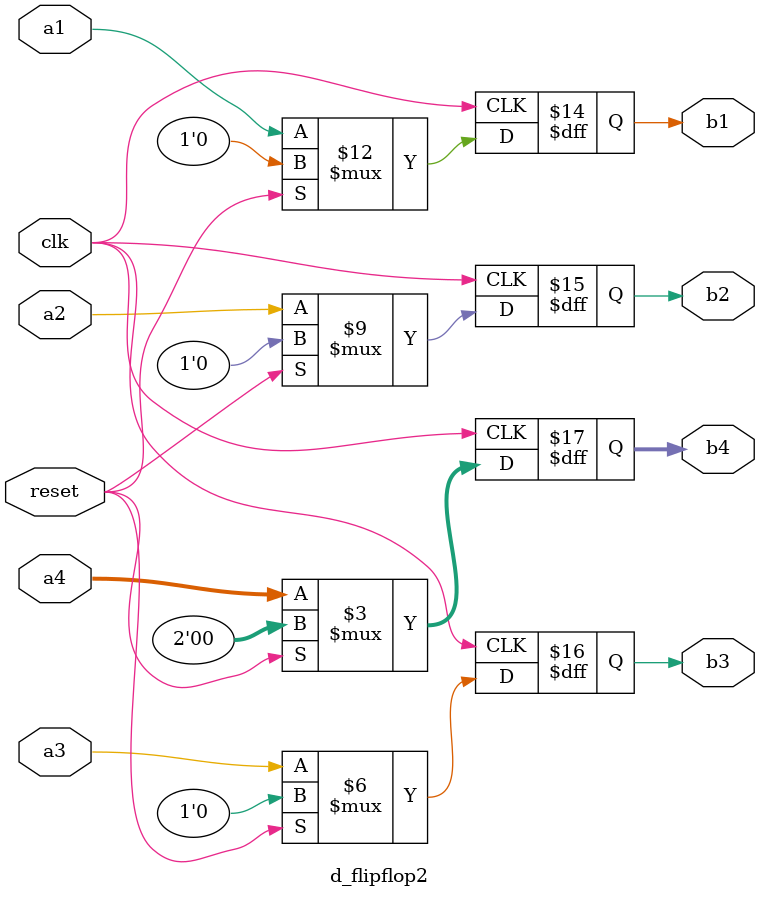
<source format=sv>
module d_flipflop2(
    input logic clk,reset,a1,a2,a3,
    input logic[1:0] a4,
    output logic b1,b2,b3,
    output logic[1:0] b4
);
always_ff @( posedge clk ) begin
    if(reset) begin
        b1 <= 1'b0;
        b2 <= 1'b0;
        b3 <= 1'b0;
        b4 <= 2'b0; 
    end
    else begin   
        b1 <= a1;
        b2 <= a2;
        b3 <= a3;
        b4 <= a4;
    end
end


endmodule
</source>
